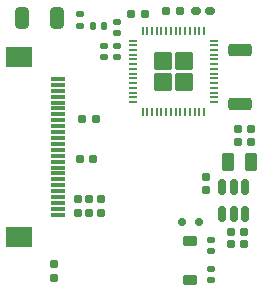
<source format=gtp>
G04 #@! TF.GenerationSoftware,KiCad,Pcbnew,9.0.2*
G04 #@! TF.CreationDate,2025-12-01T11:38:31+01:00*
G04 #@! TF.ProjectId,PCB,5043422e-6b69-4636-9164-5f7063625858,rev?*
G04 #@! TF.SameCoordinates,Original*
G04 #@! TF.FileFunction,Paste,Top*
G04 #@! TF.FilePolarity,Positive*
%FSLAX46Y46*%
G04 Gerber Fmt 4.6, Leading zero omitted, Abs format (unit mm)*
G04 Created by KiCad (PCBNEW 9.0.2) date 2025-12-01 11:38:31*
%MOMM*%
%LPD*%
G01*
G04 APERTURE LIST*
G04 Aperture macros list*
%AMRoundRect*
0 Rectangle with rounded corners*
0 $1 Rounding radius*
0 $2 $3 $4 $5 $6 $7 $8 $9 X,Y pos of 4 corners*
0 Add a 4 corners polygon primitive as box body*
4,1,4,$2,$3,$4,$5,$6,$7,$8,$9,$2,$3,0*
0 Add four circle primitives for the rounded corners*
1,1,$1+$1,$2,$3*
1,1,$1+$1,$4,$5*
1,1,$1+$1,$6,$7*
1,1,$1+$1,$8,$9*
0 Add four rect primitives between the rounded corners*
20,1,$1+$1,$2,$3,$4,$5,0*
20,1,$1+$1,$4,$5,$6,$7,0*
20,1,$1+$1,$6,$7,$8,$9,0*
20,1,$1+$1,$8,$9,$2,$3,0*%
G04 Aperture macros list end*
%ADD10RoundRect,0.155000X0.212500X0.155000X-0.212500X0.155000X-0.212500X-0.155000X0.212500X-0.155000X0*%
%ADD11RoundRect,0.275000X-0.725000X0.275000X-0.725000X-0.275000X0.725000X-0.275000X0.725000X0.275000X0*%
%ADD12RoundRect,0.140000X0.170000X-0.140000X0.170000X0.140000X-0.170000X0.140000X-0.170000X-0.140000X0*%
%ADD13RoundRect,0.140000X-0.170000X0.140000X-0.170000X-0.140000X0.170000X-0.140000X0.170000X0.140000X0*%
%ADD14RoundRect,0.155000X0.155000X-0.212500X0.155000X0.212500X-0.155000X0.212500X-0.155000X-0.212500X0*%
%ADD15RoundRect,0.160000X-0.160000X0.197500X-0.160000X-0.197500X0.160000X-0.197500X0.160000X0.197500X0*%
%ADD16RoundRect,0.160000X0.222500X0.160000X-0.222500X0.160000X-0.222500X-0.160000X0.222500X-0.160000X0*%
%ADD17RoundRect,0.155000X-0.155000X0.212500X-0.155000X-0.212500X0.155000X-0.212500X0.155000X0.212500X0*%
%ADD18RoundRect,0.150000X-0.150000X-0.200000X0.150000X-0.200000X0.150000X0.200000X-0.150000X0.200000X0*%
%ADD19RoundRect,0.249999X-0.524597X-0.524597X0.524597X-0.524597X0.524597X0.524597X-0.524597X0.524597X0*%
%ADD20R,0.665000X0.200000*%
%ADD21R,0.200000X0.665000*%
%ADD22RoundRect,0.150000X0.150000X-0.512500X0.150000X0.512500X-0.150000X0.512500X-0.150000X-0.512500X0*%
%ADD23RoundRect,0.155000X-0.212500X-0.155000X0.212500X-0.155000X0.212500X0.155000X-0.212500X0.155000X0*%
%ADD24RoundRect,0.150000X-0.350000X-0.650000X0.350000X-0.650000X0.350000X0.650000X-0.350000X0.650000X0*%
%ADD25R,1.300000X0.300000*%
%ADD26R,2.200000X1.800000*%
%ADD27RoundRect,0.250000X0.325000X0.650000X-0.325000X0.650000X-0.325000X-0.650000X0.325000X-0.650000X0*%
%ADD28RoundRect,0.225000X-0.375000X0.225000X-0.375000X-0.225000X0.375000X-0.225000X0.375000X0.225000X0*%
%ADD29RoundRect,0.160000X-0.197500X-0.160000X0.197500X-0.160000X0.197500X0.160000X-0.197500X0.160000X0*%
%ADD30RoundRect,0.147500X-0.147500X-0.172500X0.147500X-0.172500X0.147500X0.172500X-0.147500X0.172500X0*%
G04 APERTURE END LIST*
D10*
X110722500Y-108237500D03*
X109587500Y-108237500D03*
D11*
X110375000Y-91800000D03*
X110375000Y-96400000D03*
D10*
X97917500Y-101000000D03*
X96782500Y-101000000D03*
D12*
X99900000Y-90380000D03*
X99900000Y-89420000D03*
D13*
X96800000Y-88770000D03*
X96800000Y-89730000D03*
D14*
X107500000Y-103667500D03*
X107500000Y-102532500D03*
D15*
X94600000Y-109905000D03*
X94600000Y-111100000D03*
D16*
X107772500Y-88500000D03*
X106627500Y-88500000D03*
D17*
X96600000Y-104432500D03*
X96600000Y-105567500D03*
D18*
X106850000Y-106350000D03*
X105450000Y-106350000D03*
D13*
X107875000Y-110320000D03*
X107875000Y-111280000D03*
D19*
X103825000Y-92725001D03*
X103825000Y-94475001D03*
X105575000Y-92725001D03*
X105575000Y-94475001D03*
D20*
X101292000Y-91000001D03*
X101292000Y-91400001D03*
X101292000Y-91800001D03*
X101292000Y-92200001D03*
X101292000Y-92600001D03*
X101292000Y-93000001D03*
X101292000Y-93400001D03*
X101292000Y-93800001D03*
X101292000Y-94200001D03*
X101292000Y-94600001D03*
X101292000Y-95000001D03*
X101292000Y-95400001D03*
X101292000Y-95800001D03*
X101292000Y-96200001D03*
D21*
X102100000Y-97008001D03*
X102500000Y-97008001D03*
X102900000Y-97008001D03*
X103300000Y-97008001D03*
X103700000Y-97008001D03*
X104100000Y-97008001D03*
X104500000Y-97008001D03*
X104900000Y-97008001D03*
X105300000Y-97008001D03*
X105700000Y-97008001D03*
X106100000Y-97008001D03*
X106500000Y-97008001D03*
X106900000Y-97008001D03*
X107300000Y-97008001D03*
D20*
X108108000Y-96200001D03*
X108108000Y-95800001D03*
X108108000Y-95400001D03*
X108108000Y-95000001D03*
X108108000Y-94600001D03*
X108108000Y-94200001D03*
X108108000Y-93800001D03*
X108108000Y-93400001D03*
X108108000Y-93000001D03*
X108108000Y-92600001D03*
X108108000Y-92200001D03*
X108108000Y-91800001D03*
X108108000Y-91400001D03*
X108108000Y-91000001D03*
D21*
X107300000Y-90192001D03*
X106900000Y-90192001D03*
X106500000Y-90192001D03*
X106100000Y-90192001D03*
X105700000Y-90192001D03*
X105300000Y-90192001D03*
X104900000Y-90192001D03*
X104500000Y-90192001D03*
X104100000Y-90192001D03*
X103700000Y-90192001D03*
X103300000Y-90192001D03*
X102900000Y-90192001D03*
X102500000Y-90192001D03*
X102100000Y-90192001D03*
D10*
X110730000Y-107187500D03*
X109595000Y-107187500D03*
D13*
X99900000Y-91420000D03*
X99900000Y-92380000D03*
D22*
X108850000Y-105675000D03*
X109800000Y-105675000D03*
X110750000Y-105675000D03*
X110750000Y-103400000D03*
X109800000Y-103400000D03*
X108850000Y-103400000D03*
D23*
X110182500Y-99600000D03*
X111317500Y-99600000D03*
D24*
X109350000Y-101250000D03*
X111250000Y-101250000D03*
D15*
X98600000Y-104402500D03*
X98600000Y-105597500D03*
D12*
X98800000Y-92380000D03*
X98800000Y-91420000D03*
D23*
X101132500Y-88750000D03*
X102267500Y-88750000D03*
D12*
X107875000Y-108830000D03*
X107875000Y-107870000D03*
D23*
X110182500Y-98450000D03*
X111317500Y-98450000D03*
D25*
X94910000Y-105750000D03*
X94910000Y-105250000D03*
X94910000Y-104750000D03*
X94910000Y-104250000D03*
X94910000Y-103750000D03*
X94910000Y-103250000D03*
X94910000Y-102750000D03*
X94910000Y-102250000D03*
X94910000Y-101750000D03*
X94910000Y-101250000D03*
X94910000Y-100750000D03*
X94910000Y-100250000D03*
X94910000Y-99750000D03*
X94910000Y-99250000D03*
X94910000Y-98750000D03*
X94910000Y-98250000D03*
X94910000Y-97750000D03*
X94910000Y-97250000D03*
X94910000Y-96750000D03*
X94910000Y-96250000D03*
X94910000Y-95750000D03*
X94910000Y-95250000D03*
X94910000Y-94750000D03*
X94910000Y-94250000D03*
D26*
X91660000Y-92350000D03*
X91660000Y-107650000D03*
D10*
X98117500Y-97650000D03*
X96982500Y-97650000D03*
D27*
X94825000Y-89125000D03*
X91875000Y-89125000D03*
D28*
X106075000Y-107950000D03*
X106075000Y-111250000D03*
D29*
X104105000Y-88500000D03*
X105300000Y-88500000D03*
D17*
X97600000Y-104432500D03*
X97600000Y-105567500D03*
D30*
X97865000Y-89800000D03*
X98835000Y-89800000D03*
M02*

</source>
